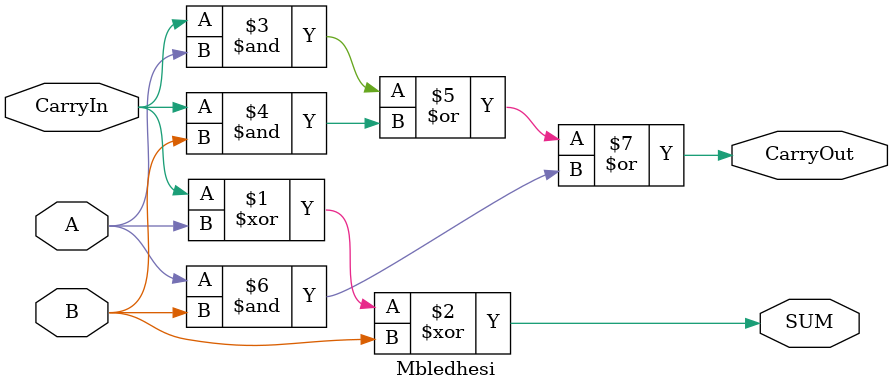
<source format=v>
module Mbledhesi(
	input A,
	input B,
	input CarryIn,
	output SUM,
	output CarryOut
);

assign SUM = CarryIn ^ A ^ B;
assign CarryOut = CarryIn & A | CarryIn & B | A & B ;    

endmodule
</source>
